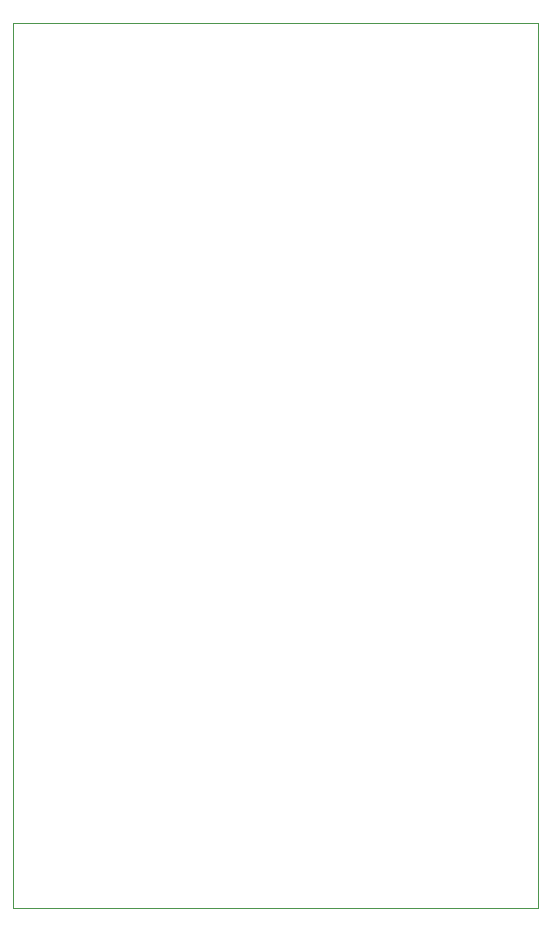
<source format=gbr>
G04 #@! TF.GenerationSoftware,KiCad,Pcbnew,(5.1.2)-1*
G04 #@! TF.CreationDate,2019-06-16T12:12:28+02:00*
G04 #@! TF.ProjectId,STM32CAN,53544d33-3243-4414-9e2e-6b696361645f,rev?*
G04 #@! TF.SameCoordinates,Original*
G04 #@! TF.FileFunction,Profile,NP*
%FSLAX46Y46*%
G04 Gerber Fmt 4.6, Leading zero omitted, Abs format (unit mm)*
G04 Created by KiCad (PCBNEW (5.1.2)-1) date 2019-06-16 12:12:28*
%MOMM*%
%LPD*%
G04 APERTURE LIST*
%ADD10C,0.050000*%
G04 APERTURE END LIST*
D10*
X60960000Y-16510000D02*
X16510000Y-16510000D01*
X60960000Y-91440000D02*
X60960000Y-16510000D01*
X16510000Y-91440000D02*
X60960000Y-91440000D01*
X16510000Y-16510000D02*
X16510000Y-91440000D01*
M02*

</source>
